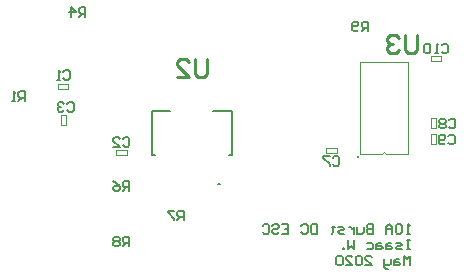
<source format=gbo>
G04*
G04 #@! TF.GenerationSoftware,Altium Limited,Altium Designer,20.1.7 (139)*
G04*
G04 Layer_Color=32896*
%FSLAX25Y25*%
%MOIN*%
G70*
G04*
G04 #@! TF.SameCoordinates,395A0049-4C10-4893-9831-33377791372B*
G04*
G04*
G04 #@! TF.FilePolarity,Positive*
G04*
G01*
G75*
%ADD10C,0.01000*%
%ADD13C,0.01000*%
%ADD14C,0.00394*%
%ADD15C,0.00787*%
%ADD16C,0.00197*%
%ADD18C,0.00600*%
%ADD74C,0.00500*%
D10*
X262774Y186070D02*
Y181071D01*
X261774Y180072D01*
X259775D01*
X258775Y181071D01*
Y186070D01*
X256776Y185070D02*
X255776Y186070D01*
X253777D01*
X252777Y185070D01*
Y184071D01*
X253777Y183071D01*
X254777D01*
X253777D01*
X252777Y182071D01*
Y181071D01*
X253777Y180072D01*
X255776D01*
X256776Y181071D01*
X192794Y178196D02*
Y173197D01*
X191794Y172198D01*
X189795D01*
X188795Y173197D01*
Y178196D01*
X182797Y172198D02*
X186796D01*
X182797Y176197D01*
Y177196D01*
X183797Y178196D01*
X185796D01*
X186796Y177196D01*
D13*
X243278Y145336D02*
D03*
D14*
X252411Y146457D02*
X251772Y147096D01*
X251132Y146457D01*
X243854D02*
Y177165D01*
X259654D01*
Y146457D02*
Y177165D01*
X252411Y146457D02*
X259654D01*
X243854D02*
X251132D01*
D15*
X197205Y136327D02*
X196417D01*
X197205D01*
D16*
X235952Y146739D02*
Y148339D01*
X232552Y146739D02*
X235952D01*
X232552D02*
Y148339D01*
X235952D01*
X267507Y154993D02*
X269107D01*
X267507D02*
Y158393D01*
X269107D01*
Y154993D02*
Y158393D01*
X270893Y177547D02*
Y179147D01*
X267493Y177547D02*
X270893D01*
X267493D02*
Y179147D01*
X270893D01*
X144082Y159574D02*
X145682D01*
Y156174D02*
Y159574D01*
X144082Y156174D02*
X145682D01*
X144082D02*
Y159574D01*
X162572Y146050D02*
Y147650D01*
X165972D01*
Y146050D02*
Y147650D01*
X162572Y146050D02*
X165972D01*
X146582Y168098D02*
Y169698D01*
X143182Y168098D02*
X146582D01*
X143182D02*
Y169698D01*
X146582D01*
X267507Y149678D02*
X269107D01*
X267507D02*
Y153078D01*
X269107D01*
Y149678D02*
Y153078D01*
D18*
X260424Y119901D02*
X259357D01*
X259891D01*
Y123100D01*
X260424Y122567D01*
X257758D02*
X257225Y123100D01*
X256158D01*
X255625Y122567D01*
Y120434D01*
X256158Y119901D01*
X257225D01*
X257758Y120434D01*
Y122567D01*
X254559Y119901D02*
Y122034D01*
X253492Y123100D01*
X252426Y122034D01*
Y119901D01*
Y121501D01*
X254559D01*
X248161Y123100D02*
Y119901D01*
X246561D01*
X246028Y120434D01*
Y120967D01*
X246561Y121501D01*
X248161D01*
X246561D01*
X246028Y122034D01*
Y122567D01*
X246561Y123100D01*
X248161D01*
X244962Y122034D02*
Y120434D01*
X244429Y119901D01*
X242829D01*
Y122034D01*
X241763D02*
Y119901D01*
Y120967D01*
X241230Y121501D01*
X240697Y122034D01*
X240163D01*
X238564Y119901D02*
X236965D01*
X236431Y120434D01*
X236965Y120967D01*
X238031D01*
X238564Y121501D01*
X238031Y122034D01*
X236431D01*
X234832Y122567D02*
Y122034D01*
X235365D01*
X234299D01*
X234832D01*
Y120434D01*
X234299Y119901D01*
X229500Y123100D02*
Y119901D01*
X227901D01*
X227368Y120434D01*
Y122567D01*
X227901Y123100D01*
X229500D01*
X224169Y122567D02*
X224702Y123100D01*
X225768D01*
X226301Y122567D01*
Y120434D01*
X225768Y119901D01*
X224702D01*
X224169Y120434D01*
X217771Y123100D02*
X219903D01*
Y119901D01*
X217771D01*
X219903Y121501D02*
X218837D01*
X214572Y122567D02*
X215105Y123100D01*
X216171D01*
X216704Y122567D01*
Y122034D01*
X216171Y121501D01*
X215105D01*
X214572Y120967D01*
Y120434D01*
X215105Y119901D01*
X216171D01*
X216704Y120434D01*
X211373Y122567D02*
X211906Y123100D01*
X212972D01*
X213505Y122567D01*
Y120434D01*
X212972Y119901D01*
X211906D01*
X211373Y120434D01*
X260424Y117821D02*
X259357D01*
X259891D01*
Y114622D01*
X260424D01*
X259357D01*
X257758D02*
X256158D01*
X255625Y115155D01*
X256158Y115689D01*
X257225D01*
X257758Y116222D01*
X257225Y116755D01*
X255625D01*
X254026D02*
X252959D01*
X252426Y116222D01*
Y114622D01*
X254026D01*
X254559Y115155D01*
X254026Y115689D01*
X252426D01*
X250827Y116755D02*
X249760D01*
X249227Y116222D01*
Y114622D01*
X250827D01*
X251360Y115155D01*
X250827Y115689D01*
X249227D01*
X246028Y116755D02*
X247628D01*
X248161Y116222D01*
Y115155D01*
X247628Y114622D01*
X246028D01*
X241763Y117821D02*
Y114622D01*
X240697Y115689D01*
X239630Y114622D01*
Y117821D01*
X238564Y114622D02*
Y115155D01*
X238031D01*
Y114622D01*
X238564D01*
X260424Y109344D02*
Y112542D01*
X259357Y111476D01*
X258291Y112542D01*
Y109344D01*
X256692Y111476D02*
X255625D01*
X255092Y110943D01*
Y109344D01*
X256692D01*
X257225Y109877D01*
X256692Y110410D01*
X255092D01*
X254026Y111476D02*
Y109877D01*
X253492Y109344D01*
X251893D01*
Y108810D01*
X252426Y108277D01*
X252959D01*
X251893Y109344D02*
Y111476D01*
X245495Y109344D02*
X247628D01*
X245495Y111476D01*
Y112009D01*
X246028Y112542D01*
X247095D01*
X247628Y112009D01*
X244429D02*
X243896Y112542D01*
X242829D01*
X242296Y112009D01*
Y109877D01*
X242829Y109344D01*
X243896D01*
X244429Y109877D01*
Y112009D01*
X239097Y109344D02*
X241230D01*
X239097Y111476D01*
Y112009D01*
X239630Y112542D01*
X240697D01*
X241230Y112009D01*
X238031D02*
X237498Y112542D01*
X236431D01*
X235898Y112009D01*
Y109877D01*
X236431Y109344D01*
X237498D01*
X238031Y109877D01*
Y112009D01*
X246465Y187377D02*
Y190576D01*
X244865D01*
X244332Y190043D01*
Y188976D01*
X244865Y188443D01*
X246465D01*
X245399D02*
X244332Y187377D01*
X243266Y187910D02*
X242733Y187377D01*
X241667D01*
X241133Y187910D01*
Y190043D01*
X241667Y190576D01*
X242733D01*
X243266Y190043D01*
Y189509D01*
X242733Y188976D01*
X241133D01*
X166839Y115723D02*
Y118922D01*
X165240D01*
X164706Y118389D01*
Y117323D01*
X165240Y116790D01*
X166839D01*
X165773D02*
X164706Y115723D01*
X163640Y118389D02*
X163107Y118922D01*
X162041D01*
X161507Y118389D01*
Y117856D01*
X162041Y117323D01*
X161507Y116790D01*
Y116256D01*
X162041Y115723D01*
X163107D01*
X163640Y116256D01*
Y116790D01*
X163107Y117323D01*
X163640Y117856D01*
Y118389D01*
X163107Y117323D02*
X162041D01*
X184949Y124385D02*
Y127584D01*
X183350D01*
X182817Y127051D01*
Y125984D01*
X183350Y125451D01*
X184949D01*
X183883D02*
X182817Y124385D01*
X181750Y127584D02*
X179618D01*
Y127051D01*
X181750Y124918D01*
Y124385D01*
X166839Y134227D02*
Y137426D01*
X165240D01*
X164706Y136893D01*
Y135827D01*
X165240Y135294D01*
X166839D01*
X165773D02*
X164706Y134227D01*
X161507Y137426D02*
X162574Y136893D01*
X163640Y135827D01*
Y134760D01*
X163107Y134227D01*
X162041D01*
X161507Y134760D01*
Y135294D01*
X162041Y135827D01*
X163640D01*
X152272Y192101D02*
Y195300D01*
X150673D01*
X150139Y194767D01*
Y193701D01*
X150673Y193168D01*
X152272D01*
X151206D02*
X150139Y192101D01*
X147474D02*
Y195300D01*
X149073Y193701D01*
X146941D01*
X132054Y164149D02*
Y167348D01*
X130454D01*
X129921Y166814D01*
Y165748D01*
X130454Y165215D01*
X132054D01*
X130988D02*
X129921Y164149D01*
X128855D02*
X127789D01*
X128322D01*
Y167348D01*
X128855Y166814D01*
X270961Y182661D02*
X271494Y183194D01*
X272560D01*
X273093Y182661D01*
Y180528D01*
X272560Y179995D01*
X271494D01*
X270961Y180528D01*
X269894Y179995D02*
X268828D01*
X269361D01*
Y183194D01*
X269894Y182661D01*
X267228D02*
X266695Y183194D01*
X265629D01*
X265096Y182661D01*
Y180528D01*
X265629Y179995D01*
X266695D01*
X267228Y180528D01*
Y182661D01*
X273269Y152346D02*
X273803Y152879D01*
X274869D01*
X275402Y152346D01*
Y150213D01*
X274869Y149680D01*
X273803D01*
X273269Y150213D01*
X272203D02*
X271670Y149680D01*
X270604D01*
X270070Y150213D01*
Y152346D01*
X270604Y152879D01*
X271670D01*
X272203Y152346D01*
Y151813D01*
X271670Y151279D01*
X270070D01*
X273368Y157661D02*
X273901Y158194D01*
X274967D01*
X275500Y157661D01*
Y155528D01*
X274967Y154995D01*
X273901D01*
X273368Y155528D01*
X272302Y157661D02*
X271768Y158194D01*
X270702D01*
X270169Y157661D01*
Y157128D01*
X270702Y156595D01*
X270169Y156061D01*
Y155528D01*
X270702Y154995D01*
X271768D01*
X272302Y155528D01*
Y156061D01*
X271768Y156595D01*
X272302Y157128D01*
Y157661D01*
X271768Y156595D02*
X270702D01*
X234687Y145161D02*
X235220Y145694D01*
X236286D01*
X236819Y145161D01*
Y143028D01*
X236286Y142495D01*
X235220D01*
X234687Y143028D01*
X233620Y145694D02*
X231488D01*
Y145161D01*
X233620Y143028D01*
Y142495D01*
X146202Y163271D02*
X146736Y163804D01*
X147802D01*
X148335Y163271D01*
Y161138D01*
X147802Y160605D01*
X146736D01*
X146202Y161138D01*
X145136Y163271D02*
X144603Y163804D01*
X143537D01*
X143003Y163271D01*
Y162738D01*
X143537Y162205D01*
X144070D01*
X143537D01*
X143003Y161672D01*
Y161138D01*
X143537Y160605D01*
X144603D01*
X145136Y161138D01*
X164805Y151460D02*
X165338Y151993D01*
X166404D01*
X166937Y151460D01*
Y149327D01*
X166404Y148794D01*
X165338D01*
X164805Y149327D01*
X161606Y148794D02*
X163739D01*
X161606Y150927D01*
Y151460D01*
X162139Y151993D01*
X163205D01*
X163739Y151460D01*
X144882Y173901D02*
X145415Y174434D01*
X146481D01*
X147014Y173901D01*
Y171768D01*
X146481Y171235D01*
X145415D01*
X144882Y171768D01*
X143816Y171235D02*
X142749D01*
X143282D01*
Y174434D01*
X143816Y173901D01*
D74*
X201024Y146221D02*
Y160866D01*
X174567Y146221D02*
Y160866D01*
X200000Y146221D02*
X201024D01*
X174567D02*
X175551D01*
X174567Y160866D02*
X180433D01*
X194724D02*
X201024D01*
M02*

</source>
